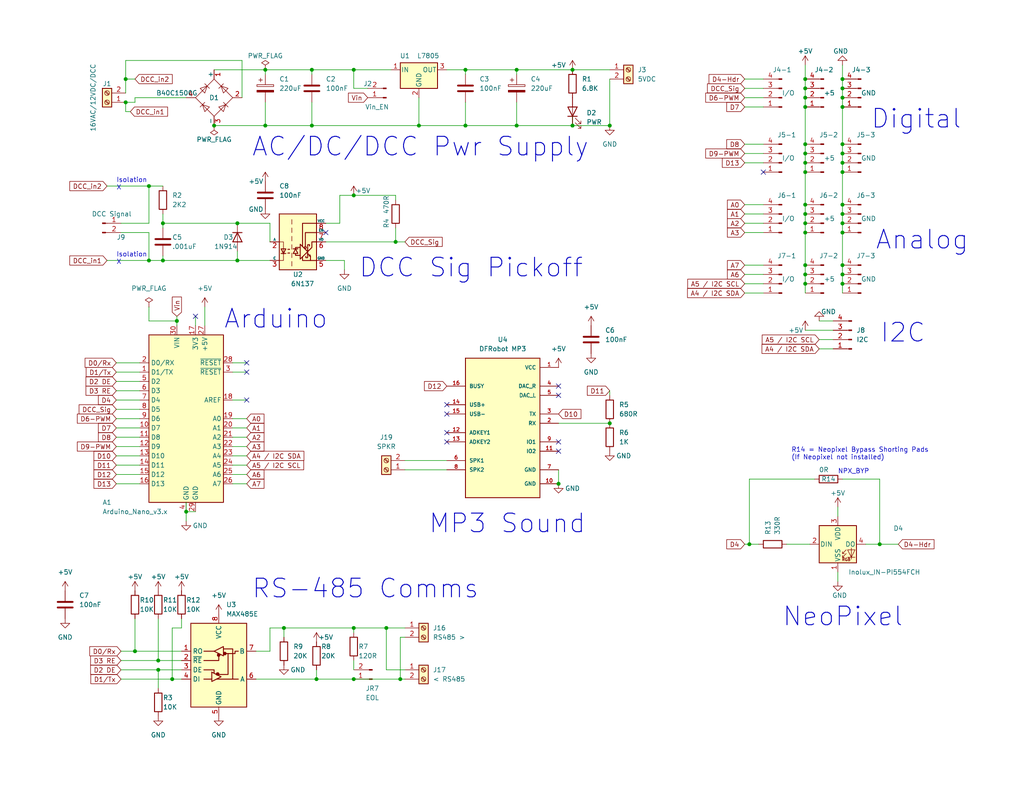
<source format=kicad_sch>
(kicad_sch (version 20211123) (generator eeschema)
  (paper "USLetter")
  (title_block (title "MAXDuino using Arduino R3") (date "2023-09-04") (rev "1.2") (comment 1 "RS485 (D0, D1, D2, D3) / I2C (A4, A5) / DCC (D5) Comms") (comment 2 "DFRobot MP3 PLayer   (D10, D11, D12)") (comment 3 "Digital Pin headers (D4 +NeoPixel, D5, D6, D7, D8, D9, D13)") (comment 4 "Analog Pin headers (A0, A1, A2, A3, A6, A7)") (comment 5 "R1.2 =  Update (Sch/PCB) "))
  (lib_symbols
    (symbol "Connector:Conn_01x02_Male" (pin_names (offset 1.016) hide)
      (property "Reference" "J" (at 0 2.54 0))
      (property "Value" "Conn_01x02_Male" (at 0 -5.08 0))
      (symbol "Conn_01x02_Male_1_1"
        (pin passive line (at 5.08 0 180) (length 3.81) (name "Pin_1") (number "1"))
        (pin passive line (at 5.08 -2.54 180) (length 3.81) (name "Pin_2") (number "2"))
      )
    )
    (symbol "Connector:Conn_01x04_Male" (pin_names (offset 1.016) hide)
      (property "Reference" "J" (at 0 5.08 0))
      (property "Value" "Conn_01x04_Male" (at 0 -7.62 0))
      (symbol "Conn_01x04_Male_1_1"
        (pin passive line (at 5.08 2.54 180) (length 3.81) (name "Pin_1") (number "1"))
        (pin passive line (at 5.08 0 180) (length 3.81) (name "Pin_2") (number "2"))
        (pin passive line (at 5.08 -2.54 180) (length 3.81) (name "Pin_3") (number "3"))
        (pin passive line (at 5.08 -5.08 180) (length 3.81) (name "Pin_4") (number "4"))
      )
    )
    (symbol "Connector:Screw_Terminal_01x02" (pin_names (offset 1.016) hide)
      (property "Reference" "J" (at 0 2.54 0))
      (property "Value" "Screw_Terminal_01x02" (at 0 -5.08 0))
      (symbol "Screw_Terminal_01x02_1_1"
        (pin passive line (at -5.08 0 0) (length 3.81) (name "Pin_1") (number "1"))
        (pin passive line (at -5.08 -2.54 0) (length 3.81) (name "Pin_2") (number "2"))
      )
    )
    (symbol "DFR0299:DFR0299" (pin_names (offset 1.016))
      (property "Reference" "U" (at -10.16 18.542 0))
      (property "Value" "DFR0299" (at -10.16 -22.86 0))
      (symbol "DFR0299_0_0"
        (pin power_in line (at 15.24 15.24 180) (length 5.08) (name "VCC") (number "1"))
        (pin power_in line (at 15.24 -16.51 180) (length 5.08) (name "GND") (number "10"))
        (pin bidirectional line (at 15.24 -7.62 180) (length 5.08) (name "IO2") (number "11"))
        (pin input line (at -15.24 -2.54 0) (length 5.08) (name "ADKEY1") (number "12"))
        (pin input line (at -15.24 -5.08 0) (length 5.08) (name "ADKEY2") (number "13"))
        (pin input line (at -15.24 5.08 0) (length 5.08) (name "USB+") (number "14"))
        (pin input line (at -15.24 2.54 0) (length 5.08) (name "USB-") (number "15"))
        (pin input line (at -15.24 10.16 0) (length 5.08) (name "BUSY") (number "16"))
        (pin input line (at 15.24 0 180) (length 5.08) (name "RX") (number "2"))
        (pin output line (at 15.24 2.54 180) (length 5.08) (name "TX") (number "3"))
        (pin output line (at 15.24 10.16 180) (length 5.08) (name "DAC_R") (number "4"))
        (pin output line (at 15.24 7.62 180) (length 5.08) (name "DAC_L") (number "5"))
        (pin passive line (at -15.24 -10.16 0) (length 5.08) (name "SPK1") (number "6"))
        (pin power_in line (at 15.24 -12.7 180) (length 5.08) (name "GND") (number "7"))
        (pin passive line (at -15.24 -12.7 0) (length 5.08) (name "SPK2") (number "8"))
        (pin bidirectional line (at 15.24 -5.08 180) (length 5.08) (name "IO1") (number "9"))
      )
    )
    (symbol "Device:C" (pin_numbers hide) (pin_names (offset 0.254))
      (property "Reference" "C" (at 0.635 2.54 0))
      (property "Value" "C" (at 0.635 -2.54 0))
      (symbol "C_1_1"
        (pin passive line (at 0 3.81 270) (length 2.794) (name "~") (number "1"))
        (pin passive line (at 0 -3.81 90) (length 2.794) (name "~") (number "2"))
      )
    )
    (symbol "Device:C_Polarized" (pin_numbers hide) (pin_names (offset 0.254))
      (property "Reference" "C" (at 0.635 2.54 0))
      (property "Value" "C_Polarized" (at 0.635 -2.54 0))
      (symbol "C_Polarized_1_1"
        (pin passive line (at 0 3.81 270) (length 2.794) (name "~") (number "1"))
        (pin passive line (at 0 -3.81 90) (length 2.794) (name "~") (number "2"))
      )
    )
    (symbol "Device:LED" (pin_numbers hide) (pin_names (offset 1.016) hide)
      (property "Reference" "D" (at 0 2.54 0))
      (property "Value" "LED" (at 0 -2.54 0))
      (symbol "LED_1_1"
        (pin passive line (at -3.81 0 0) (length 2.54) (name "K") (number "1"))
        (pin passive line (at 3.81 0 180) (length 2.54) (name "A") (number "2"))
      )
    )
    (symbol "Device:R" (pin_numbers hide) (pin_names (offset 0))
      (property "Reference" "R" (at 2.032 0 90))
      (property "Value" "R" (at 0 0 90))
      (symbol "R_1_1"
        (pin passive line (at 0 3.81 270) (length 1.27) (name "~") (number "1"))
        (pin passive line (at 0 -3.81 90) (length 1.27) (name "~") (number "2"))
      )
    )
    (symbol "Diode:1N914" (pin_numbers hide) (pin_names (offset 1.016) hide)
      (property "Reference" "D" (at 0 2.54 0))
      (property "Value" "1N914" (at 0 -2.54 0))
      (symbol "1N914_1_1"
        (pin passive line (at -3.81 0 0) (length 2.54) (name "K") (number "1"))
        (pin passive line (at 3.81 0 180) (length 2.54) (name "A") (number "2"))
      )
    )
    (symbol "Diode_Bridge:B40C1500G" (pin_names (offset 0))
      (property "Reference" "D" (at 2.54 6.985 0))
      (property "Value" "B40C1500G" (at 2.54 5.08 0))
      (symbol "B40C1500G_1_1"
        (pin passive line (at 7.62 0 180) (length 2.54) (name "+") (number "1"))
        (pin passive line (at 0 -7.62 90) (length 2.54) (name "~") (number "2"))
        (pin passive line (at -7.62 0 0) (length 2.54) (name "-") (number "3"))
        (pin passive line (at 0 7.62 270) (length 2.54) (name "~") (number "4"))
      )
    )
    (symbol "Interface_UART:MAX485E"
      (property "Reference" "U" (at -6.096 11.43 0))
      (property "Value" "MAX485E" (at 0.762 11.43 0))
      (symbol "MAX485E_1_1"
        (pin output line (at -10.16 2.54 0) (length 2.54) (name "RO") (number "1"))
        (pin input line (at -10.16 0 0) (length 2.54) (name "~{RE}") (number "2"))
        (pin input line (at -10.16 -2.54 0) (length 2.54) (name "DE") (number "3"))
        (pin input line (at -10.16 -5.08 0) (length 2.54) (name "DI") (number "4"))
        (pin power_in line (at 0 -15.24 90) (length 2.54) (name "GND") (number "5"))
        (pin bidirectional line (at 10.16 -5.08 180) (length 2.54) (name "A") (number "6"))
        (pin bidirectional line (at 10.16 2.54 180) (length 2.54) (name "B") (number "7"))
        (pin power_in line (at 0 12.7 270) (length 2.54) (name "VCC") (number "8"))
      )
    )
    (symbol "Isolator:6N137" (pin_names (offset 0))
      (property "Reference" "U2" (at 0 -8.89 0))
      (property "Value" "6N137" (at 1.27 -11.43 0))
      (symbol "6N137_1_1"
        (pin no_connect line (at -5.08 5.08 0) (length 2.54) hide (name "NC") (number "1"))
        (pin passive line (at -7.62 0 0) (length 2.54) (name "A") (number "2"))
        (pin passive line (at -7.62 -5.08 0) (length 2.54) (name "C") (number "3"))
        (pin no_connect line (at -5.08 2.54 0) (length 2.54) hide (name "NC") (number "4"))
        (pin power_in line (at 7.62 -5.08 180) (length 2.54) (name "GND") (number "5"))
        (pin open_collector line (at 7.62 0 180) (length 2.54) (name "VO") (number "6"))
        (pin input line (at 7.62 2.54 180) (length 2.54) (name "EN") (number "7"))
        (pin power_in line (at 7.62 5.08 180) (length 2.54) (name "VCC") (number "8"))
      )
    )
    (symbol "LED:Inolux_IN-PI554FCH" (pin_names (offset 0.254))
      (property "Reference" "D" (at 5.08 5.715 0))
      (property "Value" "Inolux_IN-PI554FCH" (at 1.27 -5.715 0))
      (symbol "Inolux_IN-PI554FCH_0_0"
        (text "RGB" (at 2.286 -4.191 0) (effects (font (size 0.762 0.762))))
      )
      (symbol "Inolux_IN-PI554FCH_1_1"
        (pin power_in line (at 0 -7.62 90) (length 2.54) (name "VSS") (number "1"))
        (pin input line (at -7.62 0 0) (length 2.54) (name "DIN") (number "2"))
        (pin power_in line (at 0 7.62 270) (length 2.54) (name "VDD") (number "3"))
        (pin output line (at 7.62 0 180) (length 2.54) (name "DO") (number "4"))
      )
    )
    (symbol "MCU_Module:Arduino_Nano_v3.x"
      (property "Reference" "A" (at -10.16 23.495 0))
      (property "Value" "Arduino_Nano_v3.x" (at 5.08 -24.13 0))
      (symbol "Arduino_Nano_v3.x_1_1"
        (pin bidirectional line (at -12.7 12.7 0) (length 2.54) (name "D1/TX") (number "1"))
        (pin bidirectional line (at -12.7 -2.54 0) (length 2.54) (name "D7") (number "10"))
        (pin bidirectional line (at -12.7 -5.08 0) (length 2.54) (name "D8") (number "11"))
        (pin bidirectional line (at -12.7 -7.62 0) (length 2.54) (name "D9") (number "12"))
        (pin bidirectional line (at -12.7 -10.16 0) (length 2.54) (name "D10") (number "13"))
        (pin bidirectional line (at -12.7 -12.7 0) (length 2.54) (name "D11") (number "14"))
        (pin bidirectional line (at -12.7 -15.24 0) (length 2.54) (name "D12") (number "15"))
        (pin bidirectional line (at -12.7 -17.78 0) (length 2.54) (name "D13") (number "16"))
        (pin power_out line (at 2.54 25.4 270) (length 2.54) (name "3V3") (number "17"))
        (pin input line (at 12.7 5.08 180) (length 2.54) (name "AREF") (number "18"))
        (pin bidirectional line (at 12.7 0 180) (length 2.54) (name "A0") (number "19"))
        (pin bidirectional line (at -12.7 15.24 0) (length 2.54) (name "D0/RX") (number "2"))
        (pin bidirectional line (at 12.7 -2.54 180) (length 2.54) (name "A1") (number "20"))
        (pin bidirectional line (at 12.7 -5.08 180) (length 2.54) (name "A2") (number "21"))
        (pin bidirectional line (at 12.7 -7.62 180) (length 2.54) (name "A3") (number "22"))
        (pin bidirectional line (at 12.7 -10.16 180) (length 2.54) (name "A4") (number "23"))
        (pin bidirectional line (at 12.7 -12.7 180) (length 2.54) (name "A5") (number "24"))
        (pin bidirectional line (at 12.7 -15.24 180) (length 2.54) (name "A6") (number "25"))
        (pin bidirectional line (at 12.7 -17.78 180) (length 2.54) (name "A7") (number "26"))
        (pin power_out line (at 5.08 25.4 270) (length 2.54) (name "+5V") (number "27"))
        (pin input line (at 12.7 15.24 180) (length 2.54) (name "~{RESET}") (number "28"))
        (pin power_in line (at 2.54 -25.4 90) (length 2.54) (name "GND") (number "29"))
        (pin input line (at 12.7 12.7 180) (length 2.54) (name "~{RESET}") (number "3"))
        (pin power_in line (at -2.54 25.4 270) (length 2.54) (name "VIN") (number "30"))
        (pin power_in line (at 0 -25.4 90) (length 2.54) (name "GND") (number "4"))
        (pin bidirectional line (at -12.7 10.16 0) (length 2.54) (name "D2") (number "5"))
        (pin bidirectional line (at -12.7 7.62 0) (length 2.54) (name "D3") (number "6"))
        (pin bidirectional line (at -12.7 5.08 0) (length 2.54) (name "D4") (number "7"))
        (pin bidirectional line (at -12.7 2.54 0) (length 2.54) (name "D5") (number "8"))
        (pin bidirectional line (at -12.7 0 0) (length 2.54) (name "D6") (number "9"))
      )
    )
    (symbol "Regulator_Linear:L7805" (pin_names (offset 0.254))
      (property "Reference" "U" (at -3.81 3.175 0))
      (property "Value" "L7805" (at 0 3.175 0))
      (symbol "L7805_1_1"
        (pin power_in line (at -7.62 0 0) (length 2.54) (name "IN") (number "1"))
        (pin power_in line (at 0 -7.62 90) (length 2.54) (name "GND") (number "2"))
        (pin power_out line (at 7.62 0 180) (length 2.54) (name "OUT") (number "3"))
      )
    )
    (symbol "power:+5V" (power) (pin_names (offset 0))
      (property "Value" "+5V" (at 0 3.556 0))
      (symbol "+5V_1_1"
        (pin power_in line (at 0 0 90) (length 0) hide (name "+5V") (number "1"))
      )
    )
    (symbol "power:GND" (power) (pin_names (offset 0))
      (property "Value" "GND" (at 0 -3.81 0))
      (symbol "GND_1_1"
        (pin power_in line (at 0 0 270) (length 0) hide (name "GND") (number "1"))
      )
    )
    (symbol "power:PWR_FLAG" (power) (pin_numbers hide) (pin_names (offset 0) hide)
      (property "Value" "PWR_FLAG" (at 0 3.81 0))
      (symbol "PWR_FLAG_0_0"
        (pin power_out line (at 0 0 90) (length 0) (name "pwr") (number "1"))
      )
    )
  )
  (junction (at 44.45 60.96))
  (junction (at 96.52 19.05))
  (junction (at 229.87 24.13))
  (junction (at 72.39 34.29))
  (junction (at 34.29 27.94))
  (junction (at 140.97 34.29))
  (junction (at 48.26 87.63))
  (junction (at 219.71 60.96))
  (junction (at 127 34.29))
  (junction (at 229.87 55.88))
  (junction (at 229.87 46.99))
  (junction (at 96.52 53.34))
  (junction (at 219.71 72.39))
  (junction (at 34.29 21.59))
  (junction (at 64.77 60.96))
  (junction (at 156.21 19.05))
  (junction (at 152.4 132.08))
  (junction (at 156.21 34.29))
  (junction (at 107.95 66.04))
  (junction (at 114.3 34.29))
  (junction (at 229.87 26.67))
  (junction (at 64.77 71.12))
  (junction (at 77.47 171.45))
  (junction (at 58.42 34.29))
  (junction (at 229.87 72.39))
  (junction (at 43.18 180.34))
  (junction (at 229.87 21.59))
  (junction (at 229.87 74.93))
  (junction (at 43.18 182.88))
  (junction (at 219.71 29.21))
  (junction (at 86.36 185.42))
  (junction (at 96.52 171.45))
  (junction (at 40.64 71.12))
  (junction (at 229.87 44.45))
  (junction (at 229.87 39.37))
  (junction (at 219.71 26.67))
  (junction (at 240.03 148.59))
  (junction (at 44.45 71.12))
  (junction (at 50.8 139.7))
  (junction (at 219.71 24.13))
  (junction (at 105.41 171.45))
  (junction (at 40.64 50.8))
  (junction (at 219.71 41.91))
  (junction (at 219.71 39.37))
  (junction (at 85.09 19.05))
  (junction (at 219.71 58.42))
  (junction (at 219.71 21.59))
  (junction (at 219.71 74.93))
  (junction (at 72.39 19.05))
  (junction (at 109.22 185.42))
  (junction (at 229.87 63.5))
  (junction (at 219.71 46.99))
  (junction (at 46.99 185.42))
  (junction (at 204.47 148.59))
  (junction (at 166.37 115.57))
  (junction (at 229.87 41.91))
  (junction (at 36.83 177.8))
  (junction (at 96.52 185.42))
  (junction (at 229.87 29.21))
  (junction (at 219.71 63.5))
  (junction (at 219.71 77.47))
  (junction (at 219.71 44.45))
  (junction (at 219.71 55.88))
  (junction (at 229.87 58.42))
  (junction (at 85.09 34.29))
  (junction (at 127 19.05))
  (junction (at 229.87 60.96))
  (junction (at 229.87 77.47))
  (junction (at 166.37 34.29))
  (junction (at 140.97 19.05))
  (no_connect (at 121.92 120.65))
  (no_connect (at 121.92 118.11))
  (no_connect (at 121.92 110.49))
  (no_connect (at 121.92 113.03))
  (no_connect (at 152.4 107.95))
  (no_connect (at 152.4 105.41))
  (no_connect (at 152.4 120.65))
  (no_connect (at 152.4 123.19))
  (no_connect (at 67.31 99.06))
  (no_connect (at 67.31 101.6))
  (no_connect (at 88.9 63.5))
  (no_connect (at 208.28 46.99))
  (no_connect (at 67.31 109.22))
  (no_connect (at 53.34 86.36))
  (wire (pts (xy 219.71 90.17) (xy 227.33 90.17)))
  (wire (pts (xy 110.49 173.99) (xy 109.22 173.99)))
  (wire (pts (xy 63.5 121.92) (xy 67.31 121.92)))
  (wire (pts (xy 86.36 182.88) (xy 86.36 185.42)))
  (wire (pts (xy 49.53 171.45) (xy 46.99 171.45)))
  (wire (pts (xy 43.18 182.88) (xy 43.18 187.96)))
  (wire (pts (xy 88.9 71.12) (xy 93.98 71.12)))
  (wire (pts (xy 31.75 119.38) (xy 38.1 119.38)))
  (wire (pts (xy 240.03 130.81) (xy 240.03 148.59)))
  (wire (pts (xy 140.97 19.05) (xy 156.21 19.05)))
  (wire (pts (xy 64.77 60.96) (xy 73.66 60.96)))
  (wire (pts (xy 36.83 27.94) (xy 34.29 27.94)))
  (wire (pts (xy 69.85 185.42) (xy 86.36 185.42)))
  (wire (pts (xy 96.52 19.05) (xy 96.52 24.13)))
  (wire (pts (xy 229.87 72.39) (xy 229.87 74.93)))
  (wire (pts (xy 77.47 171.45) (xy 77.47 173.99)))
  (wire (pts (xy 40.64 60.96) (xy 40.64 50.8)))
  (wire (pts (xy 219.71 44.45) (xy 219.71 46.99)))
  (wire (pts (xy 127 34.29) (xy 140.97 34.29)))
  (wire (pts (xy 109.22 185.42) (xy 110.49 185.42)))
  (wire (pts (xy 85.09 34.29) (xy 72.39 34.29)))
  (wire (pts (xy 110.49 125.73) (xy 121.92 125.73)))
  (wire (pts (xy 33.02 185.42) (xy 46.99 185.42)))
  (wire (pts (xy 44.45 58.42) (xy 44.45 60.96)))
  (wire (pts (xy 236.22 148.59) (xy 240.03 148.59)))
  (wire (pts (xy 48.26 87.63) (xy 48.26 88.9)))
  (wire (pts (xy 110.49 182.88) (xy 105.41 182.88)))
  (wire (pts (xy 36.83 168.91) (xy 36.83 177.8)))
  (wire (pts (xy 229.87 77.47) (xy 229.87 80.01)))
  (wire (pts (xy 219.71 41.91) (xy 219.71 44.45)))
  (wire (pts (xy 229.87 41.91) (xy 229.87 44.45)))
  (wire (pts (xy 88.9 60.96) (xy 92.71 60.96)))
  (wire (pts (xy 203.2 58.42) (xy 208.28 58.42)))
  (wire (pts (xy 63.5 127) (xy 67.31 127)))
  (wire (pts (xy 40.64 83.82) (xy 40.64 87.63)))
  (wire (pts (xy 229.87 24.13) (xy 229.87 26.67)))
  (wire (pts (xy 50.8 137.16) (xy 50.8 139.7)))
  (wire (pts (xy 203.2 29.21) (xy 208.28 29.21)))
  (wire (pts (xy 229.87 44.45) (xy 229.87 46.99)))
  (wire (pts (xy 203.2 63.5) (xy 208.28 63.5)))
  (wire (pts (xy 31.75 129.54) (xy 38.1 129.54)))
  (wire (pts (xy 114.3 26.67) (xy 114.3 34.29)))
  (wire (pts (xy 203.2 77.47) (xy 208.28 77.47)))
  (wire (pts (xy 63.5 99.06) (xy 67.31 99.06)))
  (wire (pts (xy 50.8 139.7) (xy 53.34 139.7)))
  (wire (pts (xy 93.98 71.12) (xy 93.98 73.66)))
  (wire (pts (xy 63.5 124.46) (xy 67.31 124.46)))
  (wire (pts (xy 88.9 66.04) (xy 107.95 66.04)))
  (wire (pts (xy 140.97 27.94) (xy 140.97 34.29)))
  (wire (pts (xy 229.87 17.78) (xy 229.87 21.59)))
  (wire (pts (xy 228.6 138.43) (xy 228.6 140.97)))
  (wire (pts (xy 31.75 116.84) (xy 38.1 116.84)))
  (wire (pts (xy 36.83 177.8) (xy 49.53 177.8)))
  (wire (pts (xy 223.52 92.71) (xy 227.33 92.71)))
  (wire (pts (xy 109.22 173.99) (xy 109.22 185.42)))
  (wire (pts (xy 203.2 55.88) (xy 208.28 55.88)))
  (wire (pts (xy 44.45 69.85) (xy 44.45 71.12)))
  (wire (pts (xy 240.03 148.59) (xy 245.11 148.59)))
  (wire (pts (xy 219.71 29.21) (xy 219.71 39.37)))
  (wire (pts (xy 63.5 114.3) (xy 67.31 114.3)))
  (wire (pts (xy 50.8 142.24) (xy 50.8 139.7)))
  (wire (pts (xy 219.71 63.5) (xy 219.71 72.39)))
  (wire (pts (xy 105.41 182.88) (xy 105.41 171.45)))
  (wire (pts (xy 85.09 20.32) (xy 85.09 19.05)))
  (wire (pts (xy 31.75 111.76) (xy 38.1 111.76)))
  (wire (pts (xy 64.77 71.12) (xy 73.66 71.12)))
  (wire (pts (xy 214.63 148.59) (xy 220.98 148.59)))
  (wire (pts (xy 96.52 24.13) (xy 100.33 24.13)))
  (wire (pts (xy 229.87 29.21) (xy 229.87 39.37)))
  (wire (pts (xy 58.42 19.05) (xy 72.39 19.05)))
  (wire (pts (xy 66.04 16.51) (xy 66.04 26.67)))
  (wire (pts (xy 73.66 171.45) (xy 73.66 177.8)))
  (wire (pts (xy 29.21 50.8) (xy 40.64 50.8)))
  (wire (pts (xy 85.09 34.29) (xy 114.3 34.29)))
  (wire (pts (xy 203.2 148.59) (xy 204.47 148.59)))
  (wire (pts (xy 229.87 46.99) (xy 229.87 55.88)))
  (wire (pts (xy 63.5 101.6) (xy 67.31 101.6)))
  (wire (pts (xy 107.95 66.04) (xy 110.49 66.04)))
  (wire (pts (xy 114.3 34.29) (xy 127 34.29)))
  (wire (pts (xy 96.52 172.72) (xy 96.52 171.45)))
  (wire (pts (xy 44.45 71.12) (xy 64.77 71.12)))
  (wire (pts (xy 223.52 95.25) (xy 227.33 95.25)))
  (wire (pts (xy 219.71 55.88) (xy 219.71 58.42)))
  (wire (pts (xy 219.71 60.96) (xy 219.71 63.5)))
  (wire (pts (xy 96.52 19.05) (xy 85.09 19.05)))
  (wire (pts (xy 31.75 121.92) (xy 38.1 121.92)))
  (wire (pts (xy 40.64 50.8) (xy 44.45 50.8)))
  (wire (pts (xy 152.4 115.57) (xy 166.37 115.57)))
  (wire (pts (xy 33.02 63.5) (xy 40.64 63.5)))
  (wire (pts (xy 96.52 171.45) (xy 105.41 171.45)))
  (wire (pts (xy 219.71 72.39) (xy 219.71 74.93)))
  (wire (pts (xy 140.97 34.29) (xy 156.21 34.29)))
  (wire (pts (xy 127 27.94) (xy 127 34.29)))
  (wire (pts (xy 203.2 21.59) (xy 208.28 21.59)))
  (wire (pts (xy 46.99 171.45) (xy 46.99 185.42)))
  (wire (pts (xy 34.29 21.59) (xy 36.83 21.59)))
  (wire (pts (xy 31.75 127) (xy 38.1 127)))
  (wire (pts (xy 203.2 26.67) (xy 208.28 26.67)))
  (wire (pts (xy 69.85 177.8) (xy 73.66 177.8)))
  (wire (pts (xy 105.41 171.45) (xy 110.49 171.45)))
  (wire (pts (xy 166.37 106.68) (xy 166.37 107.95)))
  (wire (pts (xy 92.71 60.96) (xy 92.71 53.34)))
  (wire (pts (xy 127 19.05) (xy 140.97 19.05)))
  (wire (pts (xy 31.75 109.22) (xy 38.1 109.22)))
  (wire (pts (xy 219.71 77.47) (xy 219.71 80.01)))
  (wire (pts (xy 222.25 130.81) (xy 204.47 130.81)))
  (wire (pts (xy 203.2 60.96) (xy 208.28 60.96)))
  (wire (pts (xy 63.5 129.54) (xy 67.31 129.54)))
  (wire (pts (xy 31.75 99.06) (xy 38.1 99.06)))
  (wire (pts (xy 229.87 130.81) (xy 240.03 130.81)))
  (wire (pts (xy 33.02 60.96) (xy 40.64 60.96)))
  (wire (pts (xy 229.87 58.42) (xy 229.87 60.96)))
  (wire (pts (xy 110.49 128.27) (xy 121.92 128.27)))
  (wire (pts (xy 44.45 60.96) (xy 44.45 62.23)))
  (wire (pts (xy 203.2 24.13) (xy 208.28 24.13)))
  (wire (pts (xy 229.87 63.5) (xy 229.87 72.39)))
  (wire (pts (xy 40.64 71.12) (xy 44.45 71.12)))
  (wire (pts (xy 203.2 44.45) (xy 208.28 44.45)))
  (wire (pts (xy 31.75 101.6) (xy 38.1 101.6)))
  (wire (pts (xy 219.71 17.78) (xy 219.71 21.59)))
  (wire (pts (xy 203.2 80.01) (xy 208.28 80.01)))
  (wire (pts (xy 63.5 132.08) (xy 67.31 132.08)))
  (wire (pts (xy 31.75 114.3) (xy 38.1 114.3)))
  (wire (pts (xy 107.95 62.23) (xy 107.95 66.04)))
  (wire (pts (xy 219.71 21.59) (xy 219.71 24.13)))
  (wire (pts (xy 49.53 168.91) (xy 49.53 171.45)))
  (wire (pts (xy 229.87 60.96) (xy 229.87 63.5)))
  (wire (pts (xy 203.2 72.39) (xy 208.28 72.39)))
  (wire (pts (xy 223.52 87.63) (xy 227.33 87.63)))
  (wire (pts (xy 156.21 34.29) (xy 166.37 34.29)))
  (wire (pts (xy 34.29 30.48) (xy 35.56 30.48)))
  (wire (pts (xy 63.5 109.22) (xy 67.31 109.22)))
  (wire (pts (xy 92.71 53.34) (xy 96.52 53.34)))
  (wire (pts (xy 156.21 31.75) (xy 156.21 34.29)))
  (wire (pts (xy 219.71 46.99) (xy 219.71 55.88)))
  (wire (pts (xy 203.2 74.93) (xy 208.28 74.93)))
  (wire (pts (xy 36.83 26.67) (xy 36.83 27.94)))
  (wire (pts (xy 85.09 27.94) (xy 85.09 34.29)))
  (wire (pts (xy 40.64 87.63) (xy 48.26 87.63)))
  (wire (pts (xy 219.71 39.37) (xy 219.71 41.91)))
  (wire (pts (xy 63.5 119.38) (xy 67.31 119.38)))
  (wire (pts (xy 31.75 124.46) (xy 38.1 124.46)))
  (wire (pts (xy 203.2 41.91) (xy 208.28 41.91)))
  (wire (pts (xy 31.75 132.08) (xy 38.1 132.08)))
  (wire (pts (xy 96.52 180.34) (xy 96.52 182.88)))
  (wire (pts (xy 229.87 39.37) (xy 229.87 41.91)))
  (wire (pts (xy 140.97 19.05) (xy 140.97 20.32)))
  (wire (pts (xy 229.87 26.67) (xy 229.87 29.21)))
  (wire (pts (xy 34.29 21.59) (xy 34.29 25.4)))
  (wire (pts (xy 204.47 148.59) (xy 207.01 148.59)))
  (wire (pts (xy 127 19.05) (xy 127 20.32)))
  (wire (pts (xy 229.87 55.88) (xy 229.87 58.42)))
  (wire (pts (xy 63.5 116.84) (xy 67.31 116.84)))
  (wire (pts (xy 73.66 60.96) (xy 73.66 66.04)))
  (wire (pts (xy 96.52 53.34) (xy 107.95 53.34)))
  (wire (pts (xy 228.6 156.21) (xy 228.6 158.75)))
  (wire (pts (xy 204.47 130.81) (xy 204.47 148.59)))
  (wire (pts (xy 107.95 54.61) (xy 107.95 53.34)))
  (wire (pts (xy 156.21 19.05) (xy 166.37 19.05)))
  (wire (pts (xy 33.02 177.8) (xy 36.83 177.8)))
  (wire (pts (xy 166.37 21.59) (xy 166.37 34.29)))
  (wire (pts (xy 72.39 27.94) (xy 72.39 34.29)))
  (wire (pts (xy 58.42 34.29) (xy 72.39 34.29)))
  (wire (pts (xy 31.75 106.68) (xy 38.1 106.68)))
  (wire (pts (xy 72.39 19.05) (xy 85.09 19.05)))
  (wire (pts (xy 96.52 185.42) (xy 109.22 185.42)))
  (wire (pts (xy 219.71 58.42) (xy 219.71 60.96)))
  (wire (pts (xy 219.71 74.93) (xy 219.71 77.47)))
  (wire (pts (xy 48.26 86.36) (xy 48.26 87.63)))
  (wire (pts (xy 77.47 171.45) (xy 96.52 171.45)))
  (wire (pts (xy 64.77 71.12) (xy 64.77 68.58)))
  (wire (pts (xy 72.39 20.32) (xy 72.39 19.05)))
  (wire (pts (xy 121.92 19.05) (xy 127 19.05)))
  (wire (pts (xy 34.29 16.51) (xy 34.29 21.59)))
  (wire (pts (xy 29.21 71.12) (xy 40.64 71.12)))
  (wire (pts (xy 73.66 171.45) (xy 77.47 171.45)))
  (wire (pts (xy 43.18 182.88) (xy 49.53 182.88)))
  (wire (pts (xy 33.02 180.34) (xy 43.18 180.34)))
  (wire (pts (xy 33.02 182.88) (xy 43.18 182.88)))
  (wire (pts (xy 55.88 83.82) (xy 55.88 88.9)))
  (wire (pts (xy 229.87 21.59) (xy 229.87 24.13)))
  (wire (pts (xy 40.64 63.5) (xy 40.64 71.12)))
  (wire (pts (xy 203.2 39.37) (xy 208.28 39.37)))
  (wire (pts (xy 152.4 128.27) (xy 152.4 132.08)))
  (wire (pts (xy 43.18 180.34) (xy 49.53 180.34)))
  (wire (pts (xy 44.45 60.96) (xy 64.77 60.96)))
  (wire (pts (xy 86.36 185.42) (xy 96.52 185.42)))
  (wire (pts (xy 219.71 26.67) (xy 219.71 29.21)))
  (wire (pts (xy 229.87 74.93) (xy 229.87 77.47)))
  (wire (pts (xy 31.75 104.14) (xy 38.1 104.14)))
  (wire (pts (xy 43.18 168.91) (xy 43.18 180.34)))
  (wire (pts (xy 50.8 26.67) (xy 36.83 26.67)))
  (wire (pts (xy 34.29 27.94) (xy 34.29 30.48)))
  (wire (pts (xy 46.99 185.42) (xy 49.53 185.42)))
  (wire (pts (xy 219.71 24.13) (xy 219.71 26.67)))
  (wire (pts (xy 34.29 16.51) (xy 66.04 16.51)))
  (wire (pts (xy 53.34 86.36) (xy 53.34 88.9)))
  (wire (pts (xy 96.52 19.05) (xy 106.68 19.05)))
  (text "I2C" (at 240.03 93.98 0) (effects (font (size 5.08 5.08) (thickness 0.254) bold) (justify left bottom)))
  (text "Isolation\nX" (at 31.75 52.07 0) (effects (font (size 1.27 1.27)) (justify left bottom)))
  (text "Analog" (at 238.76 68.58 0) (effects (font (size 5.08 5.08) (thickness 0.254) bold) (justify left bottom)))
  (text "RS-485 Comms" (at 68.58 163.83 0) (effects (font (size 5.08 5.08) (thickness 0.254) bold) (justify left bottom)))
  (text "Arduino" (at 60.96 90.17 0) (effects (font (size 5.08 5.08) (thickness 0.254) bold) (justify left bottom)))
  (text "Digital" (at 237.49 35.56 0) (effects (font (size 5.08 5.08) (thickness 0.254) bold) (justify left bottom)))
  (text "R14 = Neopixel Bypass Shorting Pads\n(If Neopixel not installed)" (at 215.9 125.73 0) (effects (font (size 1.27 1.27)) (justify left bottom)))
  (text "DCC Sig Pickoff\n" (at 97.79 76.2 0) (effects (font (size 5.08 5.08) (thickness 0.254) bold) (justify left bottom)))
  (text "AC/DC/DCC Pwr Supply" (at 68.58 43.18 0) (effects (font (size 5.08 5.08) (thickness 0.254) bold) (justify left bottom)))
  (text "Isolation\nX" (at 31.75 72.39 0) (effects (font (size 1.27 1.27)) (justify left bottom)))
  (text "MP3 Sound" (at 116.84 146.05 0) (effects (font (size 5.08 5.08) (thickness 0.254) bold) (justify left bottom)))
  (text "NeoPixel" (at 213.36 171.45 0) (effects (font (size 5.08 5.08) (thickness 0.254) bold) (justify left bottom)))
  (text "NPX_BYP" (at 228.6 129.54 0) (effects (font (size 1.27 1.27)) (justify left bottom)))
  (global_label "A5 {slash} I2C SCL" (shape input) (at 223.52 92.71 180) (property "Intersheet References" "${INTERSHEET_REFS}" (effects hide)))
  (global_label "Vin" (shape input) (at 100.33 26.67 180) (property "Intersheet References" "${INTERSHEET_REFS}" (effects hide)))
  (global_label "D0{slash}Rx" (shape input) (at 33.02 177.8 180) (property "Intersheet References" "${INTERSHEET_REFS}" (effects hide)))
  (global_label "D0{slash}Rx" (shape input) (at 31.75 99.06 180) (property "Intersheet References" "${INTERSHEET_REFS}" (effects hide)))
  (global_label "DCC_in2" (shape input) (at 29.21 50.8 180) (property "Intersheet References" "${INTERSHEET_REFS}" (effects hide)))
  (global_label "D1{slash}Tx" (shape input) (at 33.02 185.42 180) (property "Intersheet References" "${INTERSHEET_REFS}" (effects hide)))
  (global_label "D2 DE" (shape input) (at 33.02 182.88 180) (property "Intersheet References" "${INTERSHEET_REFS}" (effects hide)))
  (global_label "A4 {slash} I2C SDA" (shape input) (at 203.2 80.01 180) (property "Intersheet References" "${INTERSHEET_REFS}" (effects hide)))
  (global_label "D1{slash}Tx" (shape input) (at 31.75 101.6 180) (property "Intersheet References" "${INTERSHEET_REFS}" (effects hide)))
  (global_label "DCC_Sig" (shape input) (at 110.49 66.04 0) (property "Intersheet References" "${INTERSHEET_REFS}" (effects hide)))
  (global_label "A4 {slash} I2C SDA" (shape input) (at 223.52 95.25 180) (property "Intersheet References" "${INTERSHEET_REFS}" (effects hide)))
  (global_label "D10" (shape input) (at 152.4 113.03 0) (property "Intersheet References" "${INTERSHEET_REFS}" (effects hide)))
  (global_label "A6" (shape input) (at 67.31 129.54 0) (property "Intersheet References" "${INTERSHEET_REFS}" (effects hide)))
  (global_label "Vin" (shape input) (at 48.26 86.36 90) (property "Intersheet References" "${INTERSHEET_REFS}" (effects hide)))
  (global_label "D10" (shape input) (at 31.75 124.46 180) (property "Intersheet References" "${INTERSHEET_REFS}" (effects hide)))
  (global_label "D2 DE" (shape input) (at 31.75 104.14 180) (property "Intersheet References" "${INTERSHEET_REFS}" (effects hide)))
  (global_label "A1" (shape input) (at 67.31 116.84 0) (property "Intersheet References" "${INTERSHEET_REFS}" (effects hide)))
  (global_label "A6" (shape input) (at 203.2 74.93 180) (property "Intersheet References" "${INTERSHEET_REFS}" (effects hide)))
  (global_label "D6-PWM" (shape input) (at 203.2 26.67 180) (property "Intersheet References" "${INTERSHEET_REFS}" (effects hide)))
  (global_label "D4-Hdr" (shape input) (at 245.11 148.59 0) (property "Intersheet References" "${INTERSHEET_REFS}" (effects hide)))
  (global_label "DCC_in1" (shape input) (at 35.56 30.48 0) (property "Intersheet References" "${INTERSHEET_REFS}" (effects hide)))
  (global_label "A7" (shape input) (at 67.31 132.08 0) (property "Intersheet References" "${INTERSHEET_REFS}" (effects hide)))
  (global_label "D8" (shape input) (at 31.75 119.38 180) (property "Intersheet References" "${INTERSHEET_REFS}" (effects hide)))
  (global_label "A5 {slash} I2C SCL" (shape input) (at 67.31 127 0) (property "Intersheet References" "${INTERSHEET_REFS}" (effects hide)))
  (global_label "A4 {slash} I2C SDA" (shape input) (at 67.31 124.46 0) (property "Intersheet References" "${INTERSHEET_REFS}" (effects hide)))
  (global_label "D6-PWM" (shape input) (at 31.75 114.3 180) (property "Intersheet References" "${INTERSHEET_REFS}" (effects hide)))
  (global_label "D9-PWM" (shape input) (at 203.2 41.91 180) (property "Intersheet References" "${INTERSHEET_REFS}" (effects hide)))
  (global_label "D3 RE" (shape input) (at 31.75 106.68 180) (property "Intersheet References" "${INTERSHEET_REFS}" (effects hide)))
  (global_label "DCC_Sig" (shape input) (at 31.75 111.76 180) (property "Intersheet References" "${INTERSHEET_REFS}" (effects hide)))
  (global_label "A0" (shape input) (at 203.2 55.88 180) (property "Intersheet References" "${INTERSHEET_REFS}" (effects hide)))
  (global_label "D4" (shape input) (at 31.75 109.22 180) (property "Intersheet References" "${INTERSHEET_REFS}" (effects hide)))
  (global_label "D9-PWM" (shape input) (at 31.75 121.92 180) (property "Intersheet References" "${INTERSHEET_REFS}" (effects hide)))
  (global_label "D4" (shape input) (at 203.2 148.59 180) (property "Intersheet References" "${INTERSHEET_REFS}" (effects hide)))
  (global_label "A3" (shape input) (at 67.31 121.92 0) (property "Intersheet References" "${INTERSHEET_REFS}" (effects hide)))
  (global_label "A5 {slash} I2C SCL" (shape input) (at 203.2 77.47 180) (property "Intersheet References" "${INTERSHEET_REFS}" (effects hide)))
  (global_label "D3 RE" (shape input) (at 33.02 180.34 180) (property "Intersheet References" "${INTERSHEET_REFS}" (effects hide)))
  (global_label "D4-Hdr" (shape input) (at 203.2 21.59 180) (property "Intersheet References" "${INTERSHEET_REFS}" (effects hide)))
  (global_label "D7" (shape input) (at 31.75 116.84 180) (property "Intersheet References" "${INTERSHEET_REFS}" (effects hide)))
  (global_label "A3" (shape input) (at 203.2 63.5 180) (property "Intersheet References" "${INTERSHEET_REFS}" (effects hide)))
  (global_label "DCC_in1" (shape input) (at 29.21 71.12 180) (property "Intersheet References" "${INTERSHEET_REFS}" (effects hide)))
  (global_label "A0" (shape input) (at 67.31 114.3 0) (property "Intersheet References" "${INTERSHEET_REFS}" (effects hide)))
  (global_label "D11" (shape input) (at 31.75 127 180) (property "Intersheet References" "${INTERSHEET_REFS}" (effects hide)))
  (global_label "D12" (shape input) (at 121.92 105.41 180) (property "Intersheet References" "${INTERSHEET_REFS}" (effects hide)))
  (global_label "A7" (shape input) (at 203.2 72.39 180) (property "Intersheet References" "${INTERSHEET_REFS}" (effects hide)))
  (global_label "D11" (shape input) (at 166.37 106.68 180) (property "Intersheet References" "${INTERSHEET_REFS}" (effects hide)))
  (global_label "A2" (shape input) (at 203.2 60.96 180) (property "Intersheet References" "${INTERSHEET_REFS}" (effects hide)))
  (global_label "D7" (shape input) (at 203.2 29.21 180) (property "Intersheet References" "${INTERSHEET_REFS}" (effects hide)))
  (global_label "A1" (shape input) (at 203.2 58.42 180) (property "Intersheet References" "${INTERSHEET_REFS}" (effects hide)))
  (global_label "D8" (shape input) (at 203.2 39.37 180) (property "Intersheet References" "${INTERSHEET_REFS}" (effects hide)))
  (global_label "A2" (shape input) (at 67.31 119.38 0) (property "Intersheet References" "${INTERSHEET_REFS}" (effects hide)))
  (global_label "DCC_Sig" (shape input) (at 203.2 24.13 180) (property "Intersheet References" "${INTERSHEET_REFS}" (effects hide)))
  (global_label "D13" (shape input) (at 31.75 132.08 180) (property "Intersheet References" "${INTERSHEET_REFS}" (effects hide)))
  (global_label "D13" (shape input) (at 203.2 44.45 180) (property "Intersheet References" "${INTERSHEET_REFS}" (effects hide)))
  (global_label "DCC_in2" (shape input) (at 36.83 21.59 0) (property "Intersheet References" "${INTERSHEET_REFS}" (effects hide)))
  (global_label "D12" (shape input) (at 31.75 129.54 180) (property "Intersheet References" "${INTERSHEET_REFS}" (effects hide)))
  (symbol (lib_id "Device:R") (at 166.37 119.38 0) (unit 1)
    (property "Reference" "R6" (at 168.91 118.1099 0) (effects (justify left)))
    (property "Value" "1K" (at 168.91 120.65 0) (effects (justify left)))
    (property "Footprint" "Resistor_THT:R_Axial_DIN0207_L6.3mm_D2.5mm_P7.62mm_Horizontal" (effects hide))
  )
  (symbol (lib_id "power:+5V") (at 219.71 90.17 0) (unit 1)
    (property "Reference" "#PWR0110" (effects hide))
    (property "Value" "+5V" (at 217.17 90.17 0))
  )
  (symbol (lib_id "Device:R") (at 77.47 177.8 0) (unit 1)
    (property "Reference" "R9" (at 80.01 176.5299 0) (effects (justify left)))
    (property "Value" "20K" (at 80.01 179.07 0) (effects (justify left)))
    (property "Footprint" "Resistor_THT:R_Axial_DIN0207_L6.3mm_D2.5mm_P7.62mm_Horizontal" (effects hide))
  )
  (symbol (lib_id "Device:R") (at 43.18 165.1 180) (unit 1)
    (property "Reference" "R11" (at 44.45 163.8299 0) (effects (justify right)))
    (property "Value" "10K" (at 44.45 166.37 0) (effects (justify right)))
    (property "Footprint" "Resistor_THT:R_Axial_DIN0207_L6.3mm_D2.5mm_P7.62mm_Horizontal" (effects hide))
  )
  (symbol (lib_id "Connector:Conn_01x04_Male") (at 234.95 26.67 180) (unit 1)
    (property "Reference" "J4-3" (at 232.41 19.05 0) (effects (justify right)))
    (property "Value" "GND" (at 234.95 25.4 0) (effects (justify right)))
    (property "Footprint" "Connector_PinHeader_2.54mm:PinHeader_1x04_P2.54mm_Vertical" (effects hide))
  )
  (symbol (lib_id "power:PWR_FLAG") (at 40.64 83.82 0) (unit 1)
    (property "Reference" "#FLG0104" (effects hide))
    (property "Value" "PWR_FLAG" (at 40.64 78.74 0))
  )
  (symbol (lib_id "Connector:Conn_01x04_Male") (at 213.36 77.47 180) (unit 1)
    (property "Reference" "J7-1" (at 212.09 69.85 0) (effects (justify right)))
    (property "Value" "I/O" (at 213.36 76.2 0) (effects (justify right)))
    (property "Footprint" "Connector_PinHeader_2.54mm:PinHeader_1x04_P2.54mm_Vertical" (effects hide))
  )
  (symbol (lib_id "Connector:Screw_Terminal_01x02") (at 115.57 171.45 0) (unit 1)
    (property "Reference" "J16" (at 118.11 171.4499 0) (effects (justify left)))
    (property "Value" "RS485 >" (at 118.11 173.9899 0) (effects (justify left)))
    (property "Footprint" "TerminalBlock_Phoenix:TerminalBlock_Phoenix_MKDS-3-2-5.08_1x02_P5.08mm_Horizontal" (effects hide))
  )
  (symbol (lib_id "Device:R") (at 86.36 179.07 0) (unit 1)
    (property "Reference" "R8" (at 87.63 176.53 0) (effects (justify left)))
    (property "Value" "20K" (at 87.63 179.07 0) (effects (justify left)))
    (property "Footprint" "Resistor_THT:R_Axial_DIN0207_L6.3mm_D2.5mm_P7.62mm_Horizontal" (effects hide))
  )
  (symbol (lib_id "Connector:Conn_01x02_Male") (at 105.41 26.67 180) (unit 1)
    (property "Reference" "J2" (at 100.33 22.86 0))
    (property "Value" "Vin_EN" (at 102.87 29.21 0))
    (property "Footprint" "Connector_PinHeader_2.54mm:PinHeader_1x02_P2.54mm_Vertical" (effects hide))
  )
  (symbol (lib_id "Device:R") (at 156.21 22.86 0) (unit 1)
    (property "Reference" "R1" (at 158.75 21.5899 0) (effects (justify left)))
    (property "Value" "6.8K" (at 158.75 24.1299 0) (effects (justify left)))
    (property "Footprint" "Resistor_THT:R_Axial_DIN0207_L6.3mm_D2.5mm_P7.62mm_Horizontal" (effects hide))
  )
  (symbol (lib_id "Connector:Conn_01x04_Male") (at 234.95 60.96 180) (unit 1)
    (property "Reference" "J6-3" (at 233.68 53.34 0) (effects (justify right)))
    (property "Value" "GND" (at 234.95 59.69 0) (effects (justify right)))
    (property "Footprint" "Connector_PinHeader_2.54mm:PinHeader_1x04_P2.54mm_Vertical" (effects hide))
  )
  (symbol (lib_id "power:GND") (at 17.78 168.91 0) (unit 1)
    (property "Reference" "#PWR05" (effects hide))
    (property "Value" "GND" (at 17.78 173.99 0))
  )
  (symbol (lib_id "power:+5V") (at 49.53 161.29 0) (unit 1)
    (property "Reference" "#PWR03" (effects hide))
    (property "Value" "+5V" (at 49.53 157.48 0))
  )
  (symbol (lib_id "Device:R") (at 43.18 191.77 180) (unit 1)
    (property "Reference" "R3" (at 44.45 190.4999 0) (effects (justify right)))
    (property "Value" "10K" (at 44.45 193.04 0) (effects (justify right)))
    (property "Footprint" "Resistor_THT:R_Axial_DIN0207_L6.3mm_D2.5mm_P7.62mm_Horizontal" (effects hide))
  )
  (symbol (lib_id "power:PWR_FLAG") (at 58.42 34.29 180) (unit 1)
    (property "Reference" "#FLG0101" (effects hide))
    (property "Value" "PWR_FLAG" (at 58.42 38.1 0))
  )
  (symbol (lib_id "Device:R") (at 36.83 165.1 180) (unit 1)
    (property "Reference" "R10" (at 38.1 163.83 0) (effects (justify right)))
    (property "Value" "10K" (at 38.1 166.37 0) (effects (justify right)))
    (property "Footprint" "Resistor_THT:R_Axial_DIN0207_L6.3mm_D2.5mm_P7.62mm_Horizontal" (effects hide))
  )
  (symbol (lib_id "power:+5V") (at 228.6 138.43 0) (unit 1)
    (property "Reference" "#PWR0111" (effects hide))
    (property "Value" "+5V" (at 228.6 134.62 0))
  )
  (symbol (lib_id "Connector:Conn_01x04_Male") (at 224.79 77.47 180) (unit 1)
    (property "Reference" "J7-2" (at 223.52 69.85 0) (effects (justify right)))
    (property "Value" "+5" (at 224.79 76.2 0) (effects (justify right)))
    (property "Footprint" "Connector_PinHeader_2.54mm:PinHeader_1x04_P2.54mm_Vertical" (effects hide))
  )
  (symbol (lib_id "power:+5V") (at 86.36 175.26 0) (unit 1)
    (property "Reference" "#PWR07" (effects hide))
    (property "Value" "+5V" (at 88.9 173.99 0))
  )
  (symbol (lib_id "power:GND") (at 43.18 195.58 0) (unit 1)
    (property "Reference" "#PWR018" (effects hide))
    (property "Value" "GND" (at 43.18 200.66 0))
  )
  (symbol (lib_id "power:+5V") (at 59.69 167.64 0) (unit 1)
    (property "Reference" "#PWR0107" (effects hide))
    (property "Value" "+5V" (at 59.69 162.56 0))
  )
  (symbol (lib_id "power:GND") (at 161.29 96.52 0) (unit 1)
    (property "Reference" "#PWR014" (effects hide))
    (property "Value" "GND" (at 161.29 101.6 0))
  )
  (symbol (lib_id "Device:C_Polarized") (at 72.39 24.13 0) (unit 1)
    (property "Reference" "C1" (at 76.2 21.59 0) (effects (justify left)))
    (property "Value" "220uF" (at 76.2 24.13 0) (effects (justify left)))
    (property "Footprint" "Capacitor_THT:CP_Radial_D6.3mm_P2.50mm" (effects hide))
  )
  (symbol (lib_id "Device:LED") (at 156.21 30.48 90) (unit 1)
    (property "Reference" "D2" (at 160.02 30.7974 90) (effects (justify right)))
    (property "Value" "PWR" (at 160.02 33.3374 90) (effects (justify right)))
    (property "Footprint" "LED_THT:LED_D5.0mm" (effects hide))
  )
  (symbol (lib_id "power:GND") (at 166.37 123.19 0) (unit 1)
    (property "Reference" "#PWR012" (effects hide))
    (property "Value" "GND" (at 170.18 124.46 0))
  )
  (symbol (lib_id "power:+5V") (at 152.4 100.33 0) (unit 1)
    (property "Reference" "#PWR010" (effects hide))
    (property "Value" "+5V" (at 152.4 95.25 0))
  )
  (symbol (lib_id "power:GND") (at 152.4 132.08 0) (unit 1)
    (property "Reference" "#PWR011" (effects hide))
    (property "Value" "GND" (at 156.21 133.35 0))
  )
  (symbol (lib_id "power:GND") (at 229.87 17.78 180) (unit 1)
    (property "Reference" "#PWR09" (effects hide))
    (property "Value" "GND" (at 227.33 13.97 0) (effects (justify right)))
  )
  (symbol (lib_id "Connector:Screw_Terminal_01x02") (at 29.21 27.94 180) (unit 1)
    (property "Reference" "J1" (at 29.21 22.86 0))
    (property "Value" "16VAC/12VDC/DCC" (at 25.4 26.67 90))
    (property "Footprint" "TerminalBlock_Phoenix:TerminalBlock_Phoenix_MKDS-3-2-5.08_1x02_P5.08mm_Horizontal" (effects hide))
  )
  (symbol (lib_id "Device:R") (at 49.53 165.1 180) (unit 1)
    (property "Reference" "R12" (at 50.8 163.83 0) (effects (justify right)))
    (property "Value" "10K" (at 50.8 166.37 0) (effects (justify right)))
    (property "Footprint" "Resistor_THT:R_Axial_DIN0207_L6.3mm_D2.5mm_P7.62mm_Horizontal" (effects hide))
  )
  (symbol (lib_id "DFR0299:DFR0299") (at 137.16 115.57 0) (unit 1)
    (property "Reference" "U4" (at 137.16 92.71 0))
    (property "Value" "DFRobot MP3" (at 137.16 95.25 0))
    (property "Footprint" "MODULE_DFR0299" (effects hide))
    (property "DESCRIPTION" "Dfplayer - a Mini Mp3 Player" (effects hide))
    (property "MF" "DFRobot" (effects hide))
    (property "AVAILABILITY" "Unavailable" (effects hide))
    (property "MP" "DFR0299" (effects hide))
    (property "PACKAGE" "None" (effects hide))
    (property "PRICE" "None" (effects hide))
  )
  (symbol (lib_id "Device:R") (at 210.82 148.59 90) (unit 1)
    (property "Reference" "R13" (at 209.5499 146.05 0) (effects (justify left)))
    (property "Value" "330R" (at 212.09 146.05 0) (effects (justify left)))
    (property "Footprint" "Resistor_THT:R_Axial_DIN0207_L6.3mm_D2.5mm_P7.62mm_Horizontal" (effects hide))
  )
  (symbol (lib_id "Connector:Conn_01x04_Male") (at 213.36 26.67 180) (unit 1)
    (property "Reference" "J4-1" (at 210.82 19.05 0) (effects (justify right)))
    (property "Value" "I/O" (at 213.36 25.4 0) (effects (justify right)))
    (property "Footprint" "Connector_PinHeader_2.54mm:PinHeader_1x04_P2.54mm_Vertical" (effects hide))
  )
  (symbol (lib_id "MCU_Module:Arduino_Nano_v3.x") (at 50.8 114.3 0) (unit 1)
    (property "Reference" "A1" (at 27.94 137.16 0) (effects (justify left)))
    (property "Value" "Arduino_Nano_v3.x" (at 27.94 139.7 0) (effects (justify left)))
    (property "Footprint" "Module:Arduino_Nano" (effects hide))
    (property "Datasheet" "http://www.mouser.com/pdfdocs/Gravitech_Arduino_Nano3_0.pdf" (effects hide))
  )
  (symbol (lib_id "power:+5V") (at 17.78 161.29 0) (unit 1)
    (property "Reference" "#PWR04" (effects hide))
    (property "Value" "+5V" (at 17.78 156.21 0))
  )
  (symbol (lib_id "power:GND") (at 72.39 57.15 0) (unit 1)
    (property "Reference" "#PWR016" (effects hide))
    (property "Value" "GND" (at 69.85 57.15 0))
  )
  (symbol (lib_id "Device:C") (at 72.39 53.34 0) (unit 1)
    (property "Reference" "C8" (at 76.2 50.8 0) (effects (justify left)))
    (property "Value" "100nF" (at 76.2 53.34 0) (effects (justify left)))
    (property "Footprint" "Capacitor_THT:C_Disc_D7.0mm_W2.5mm_P5.00mm" (effects hide))
  )
  (symbol (lib_id "Device:R") (at 44.45 54.61 0) (unit 1)
    (property "Reference" "R2" (at 46.99 53.3399 0) (effects (justify left)))
    (property "Value" "2K2" (at 46.99 55.8799 0) (effects (justify left)))
    (property "Footprint" "Resistor_THT:R_Axial_DIN0207_L6.3mm_D2.5mm_P7.62mm_Horizontal" (effects hide))
  )
  (symbol (lib_id "Device:R") (at 96.52 176.53 180) (unit 1)
    (property "Reference" "R7" (at 97.79 176.53 0) (effects (justify right)))
    (property "Value" "120R" (at 97.79 179.07 0) (effects (justify right)))
    (property "Footprint" "Resistor_THT:R_Axial_DIN0207_L6.3mm_D2.5mm_P7.62mm_Horizontal" (effects hide))
  )
  (symbol (lib_id "Connector:Conn_01x04_Male") (at 213.36 60.96 180) (unit 1)
    (property "Reference" "J6-1" (at 212.09 53.34 0) (effects (justify right)))
    (property "Value" "I/O" (at 213.36 59.69 0) (effects (justify right)))
    (property "Footprint" "Connector_PinHeader_2.54mm:PinHeader_1x04_P2.54mm_Vertical" (effects hide))
  )
  (symbol (lib_id "power:+5V") (at 72.39 49.53 0) (unit 1)
    (property "Reference" "#PWR015" (effects hide))
    (property "Value" "+5V" (at 69.85 49.53 0))
  )
  (symbol (lib_id "Connector:Conn_01x04_Male") (at 213.36 44.45 180) (unit 1)
    (property "Reference" "J5-1" (at 212.09 36.83 0) (effects (justify right)))
    (property "Value" "I/O" (at 213.36 43.18 0) (effects (justify right)))
    (property "Footprint" "Connector_PinHeader_2.54mm:PinHeader_1x04_P2.54mm_Vertical" (effects hide))
  )
  (symbol (lib_id "Device:R") (at 107.95 58.42 180) (unit 1)
    (property "Reference" "R4" (at 105.41 60.96 90))
    (property "Value" "470R" (at 105.41 55.88 90))
    (property "Footprint" "Resistor_THT:R_Axial_DIN0207_L6.3mm_D2.5mm_P7.62mm_Horizontal" (effects hide))
  )
  (symbol (lib_id "Connector:Conn_01x02_Male") (at 27.94 60.96 0) (unit 1)
    (property "Reference" "J9" (at 33.02 64.77 0))
    (property "Value" "DCC Signal" (at 30.48 58.42 0))
    (property "Footprint" "Connector_PinHeader_2.54mm:PinHeader_1x02_P2.54mm_Horizontal" (effects hide))
  )
  (symbol (lib_id "Interface_UART:MAX485E") (at 59.69 180.34 0) (unit 1)
    (property "Reference" "U3" (at 61.7094 165.1 0) (effects (justify left)))
    (property "Value" "MAX485E" (at 61.7094 167.64 0) (effects (justify left)))
    (property "Footprint" "Package_DIP:DIP-8_W7.62mm" (effects hide))
    (property "Datasheet" "https://datasheets.maximintegrated.com/en/ds/MAX1487E-MAX491E.pdf" (effects hide))
  )
  (symbol (lib_id "Connector:Screw_Terminal_01x02") (at 171.45 19.05 0) (unit 1)
    (property "Reference" "J3" (at 173.99 19.0499 0) (effects (justify left)))
    (property "Value" "5VDC" (at 173.99 21.5899 0) (effects (justify left)))
    (property "Footprint" "TerminalBlock_Phoenix:TerminalBlock_Phoenix_MKDS-3-2-5.08_1x02_P5.08mm_Horizontal" (effects hide))
  )
  (symbol (lib_id "power:GND") (at 166.37 34.29 0) (unit 1)
    (property "Reference" "#PWR017" (effects hide))
    (property "Value" "GND" (at 166.37 39.37 0))
  )
  (symbol (lib_id "power:GND") (at 223.52 87.63 0) (mirror x) (unit 1)
    (property "Reference" "#PWR0109" (effects hide))
    (property "Value" "GND" (at 226.06 85.09 0))
  )
  (symbol (lib_id "power:+5V") (at 36.83 161.29 0) (unit 1)
    (property "Reference" "#PWR01" (effects hide))
    (property "Value" "+5V" (at 36.83 157.48 0))
  )
  (symbol (lib_id "power:+5V") (at 43.18 161.29 0) (unit 1)
    (property "Reference" "#PWR02" (effects hide))
    (property "Value" "+5V" (at 43.18 157.48 0))
  )
  (symbol (lib_id "power:GND") (at 93.98 73.66 0) (unit 1)
    (property "Reference" "#PWR0102" (effects hide))
    (property "Value" "GND" (at 93.98 78.74 0))
  )
  (symbol (lib_id "Regulator_Linear:L7805") (at 114.3 19.05 0) (unit 1)
    (property "Reference" "U1" (at 110.49 15.24 0))
    (property "Value" "L7805" (at 116.84 15.24 0))
    (property "Footprint" "L7805:78XXS" (effects hide))
    (property "Datasheet" "http://www.st.com/content/ccc/resource/technical/document/datasheet/41/4f/b3/b0/12/d4/47/88/CD00000444.pdf/files/CD00000444.pdf/jcr:content/translations/en.CD00000444.pdf" (effects hide))
  )
  (symbol (lib_id "Device:R") (at 226.06 130.81 90) (unit 1)
    (property "Reference" "R14" (at 226.06 130.81 90))
    (property "Value" "0R" (at 224.79 128.27 90))
    (property "Footprint" "Resistor_SMD:R_0402_1005Metric" (effects hide))
  )
  (symbol (lib_id "Device:C") (at 17.78 165.1 0) (unit 1)
    (property "Reference" "C7" (at 21.59 162.56 0) (effects (justify left)))
    (property "Value" "100nF" (at 21.59 165.1 0) (effects (justify left)))
    (property "Footprint" "Capacitor_THT:C_Disc_D7.0mm_W2.5mm_P5.00mm" (effects hide))
  )
  (symbol (lib_id "power:GND") (at 50.8 142.24 0) (unit 1)
    (property "Reference" "#PWR0106" (effects hide))
    (property "Value" "GND" (at 54.61 143.51 0))
  )
  (symbol (lib_id "Device:R") (at 166.37 111.76 0) (unit 1)
    (property "Reference" "R5" (at 168.91 110.4899 0) (effects (justify left)))
    (property "Value" "680R" (at 168.91 113.03 0) (effects (justify left)))
    (property "Footprint" "Resistor_THT:R_Axial_DIN0207_L6.3mm_D2.5mm_P7.62mm_Horizontal" (effects hide))
  )
  (symbol (lib_id "Connector:Conn_01x04_Male") (at 224.79 60.96 180) (unit 1)
    (property "Reference" "J6-2" (at 223.52 53.34 0) (effects (justify right)))
    (property "Value" "+5" (at 224.79 59.69 0) (effects (justify right)))
    (property "Footprint" "Connector_PinHeader_2.54mm:PinHeader_1x04_P2.54mm_Vertical" (effects hide))
  )
  (symbol (lib_id "Isolator:6N137") (at 81.28 66.04 0) (unit 1)
    (property "Reference" "U2" (at 81.28 74.93 0))
    (property "Value" "6N137" (at 82.55 77.47 0))
    (property "Footprint" "Package_DIP:DIP-8_W7.62mm" (effects hide))
    (property "Datasheet" "https://docs.broadcom.com/docs/AV02-0940EN" (effects hide))
  )
  (symbol (lib_id "power:+5V") (at 156.21 19.05 0) (unit 1)
    (property "Reference" "#PWR0103" (effects hide))
    (property "Value" "+5V" (at 152.4 17.78 0))
  )
  (symbol (lib_id "power:+5V") (at 55.88 83.82 0) (unit 1)
    (property "Reference" "#PWR0105" (effects hide))
    (property "Value" "+5V" (at 55.88 78.74 0))
  )
  (symbol (lib_id "Connector:Conn_01x04_Male") (at 232.41 92.71 180) (unit 1)
    (property "Reference" "J8" (at 233.68 90.1699 0) (effects (justify right)))
    (property "Value" "I2C" (at 233.68 92.7099 0) (effects (justify right)))
    (property "Footprint" "Connector_PinHeader_2.54mm:PinHeader_1x04_P2.54mm_Vertical" (effects hide))
  )
  (symbol (lib_id "power:+5V") (at 96.52 53.34 0) (unit 1)
    (property "Reference" "#PWR0104" (effects hide))
    (property "Value" "+5V" (at 99.06 52.07 0))
  )
  (symbol (lib_id "Connector:Conn_01x04_Male") (at 234.95 77.47 180) (unit 1)
    (property "Reference" "J7-3" (at 233.68 69.85 0) (effects (justify right)))
    (property "Value" "GND" (at 234.95 76.2 0) (effects (justify right)))
    (property "Footprint" "Connector_PinHeader_2.54mm:PinHeader_1x04_P2.54mm_Vertical" (effects hide))
  )
  (symbol (lib_id "power:+5V") (at 161.29 88.9 0) (unit 1)
    (property "Reference" "#PWR013" (effects hide))
    (property "Value" "+5V" (at 161.29 83.82 0))
  )
  (symbol (lib_id "Connector:Conn_01x04_Male") (at 224.79 26.67 180) (unit 1)
    (property "Reference" "J4-2" (at 222.25 19.05 0) (effects (justify right)))
    (property "Value" "+5" (at 224.79 25.4 0) (effects (justify right)))
    (property "Footprint" "Connector_PinHeader_2.54mm:PinHeader_1x04_P2.54mm_Vertical" (effects hide))
  )
  (symbol (lib_id "Device:C") (at 127 24.13 0) (unit 1)
    (property "Reference" "C3" (at 130.81 21.59 0) (effects (justify left)))
    (property "Value" "100nF" (at 130.81 24.13 0) (effects (justify left)))
    (property "Footprint" "Capacitor_THT:C_Disc_D7.0mm_W2.5mm_P5.00mm" (effects hide))
  )
  (symbol (lib_id "Device:C") (at 85.09 24.13 0) (unit 1)
    (property "Reference" "C2" (at 88.9 21.59 0) (effects (justify left)))
    (property "Value" "100nF" (at 88.9 24.13 0) (effects (justify left)))
    (property "Footprint" "Capacitor_THT:C_Disc_D7.0mm_W2.5mm_P5.00mm" (effects hide))
  )
  (symbol (lib_id "Device:C") (at 44.45 66.04 0) (unit 1)
    (property "Reference" "C5" (at 46.99 64.77 0) (effects (justify left)))
    (property "Value" ".001uF" (at 46.99 67.31 0) (effects (justify left)))
    (property "Footprint" "Capacitor_THT:C_Disc_D7.0mm_W2.5mm_P5.00mm" (effects hide))
  )
  (symbol (lib_id "Connector:Conn_01x04_Male") (at 224.79 44.45 180) (unit 1)
    (property "Reference" "J5-2" (at 223.52 36.83 0) (effects (justify right)))
    (property "Value" "+5" (at 224.79 43.18 0) (effects (justify right)))
    (property "Footprint" "Connector_PinHeader_2.54mm:PinHeader_1x04_P2.54mm_Vertical" (effects hide))
  )
  (symbol (lib_id "LED:Inolux_IN-PI554FCH") (at 228.6 148.59 0) (unit 1)
    (property "Reference" "D4" (at 245.11 144.2593 0))
    (property "Value" "Inolux_IN-PI554FCH" (at 241.3 156.21 0))
    (property "Footprint" "LED_SMD:LED_Inolux_IN-PI554FCH_PLCC4_5.0x5.0mm_P3.2mm" (effects hide))
    (property "Datasheet" "http://www.inolux-corp.com/datasheet/SMDLED/Addressable%20LED/IN-PI554FCH.pdf" (effects hide))
  )
  (symbol (lib_id "power:PWR_FLAG") (at 72.39 19.05 0) (mirror y) (unit 1)
    (property "Reference" "#FLG0103" (effects hide))
    (property "Value" "PWR_FLAG" (at 72.39 15.24 0))
  )
  (symbol (lib_id "power:GND") (at 59.69 195.58 0) (unit 1)
    (property "Reference" "#PWR0108" (effects hide))
    (property "Value" "GND" (at 59.69 200.66 0))
  )
  (symbol (lib_id "Connector:Conn_01x02_Male") (at 101.6 185.42 180) (unit 1)
    (property "Reference" "JR7" (at 101.6 187.96 0))
    (property "Value" "EOL" (at 101.6 190.5 0))
    (property "Footprint" "Connector_PinHeader_2.54mm:PinHeader_1x02_P2.54mm_Vertical" (effects hide))
  )
  (symbol (lib_id "Diode_Bridge:B40C1500G") (at 58.42 26.67 90) (unit 1)
    (property "Reference" "D1" (at 58.42 26.67 90))
    (property "Value" "B40C1500G" (at 48.26 25.4 90))
    (property "Footprint" "Diode_THT:Diode_Bridge_Round_D9.8mm" (effects hide))
    (property "Datasheet" "https://www.vishay.com/docs/88501/b40c1500g.pdf" (effects hide))
  )
  (symbol (lib_id "Connector:Screw_Terminal_01x02") (at 115.57 182.88 0) (unit 1)
    (property "Reference" "J17" (at 118.11 182.8799 0) (effects (justify left)))
    (property "Value" "< RS485" (at 118.11 185.4199 0) (effects (justify left)))
    (property "Footprint" "TerminalBlock_Phoenix:TerminalBlock_Phoenix_MKDS-3-2-5.08_1x02_P5.08mm_Horizontal" (effects hide))
  )
  (symbol (lib_id "power:GND") (at 77.47 181.61 0) (unit 1)
    (property "Reference" "#PWR06" (effects hide))
    (property "Value" "GND" (at 81.28 182.88 0))
  )
  (symbol (lib_id "Device:C") (at 161.29 92.71 0) (unit 1)
    (property "Reference" "C6" (at 165.1 90.17 0) (effects (justify left)))
    (property "Value" "100nF" (at 165.1 92.71 0) (effects (justify left)))
    (property "Footprint" "Capacitor_THT:C_Disc_D7.0mm_W2.5mm_P5.00mm" (effects hide))
  )
  (symbol (lib_id "Diode:1N914") (at 64.77 64.77 270) (unit 1)
    (property "Reference" "D3" (at 60.96 64.77 90) (effects (justify left)))
    (property "Value" "1N914" (at 58.42 67.31 90) (effects (justify left)))
    (property "Footprint" "Diode_THT:D_DO-35_SOD27_P7.62mm_Horizontal" (effects hide))
    (property "Datasheet" "http://www.vishay.com/docs/85622/1n914.pdf" (effects hide))
  )
  (symbol (lib_id "power:GND") (at 228.6 158.75 0) (unit 1)
    (property "Reference" "#PWR0101" (effects hide))
    (property "Value" "GND" (at 231.14 162.56 0) (effects (justify right)))
  )
  (symbol (lib_id "Connector:Conn_01x04_Male") (at 234.95 44.45 180) (unit 1)
    (property "Reference" "J5-3" (at 233.68 36.83 0) (effects (justify right)))
    (property "Value" "GND" (at 234.95 43.18 0) (effects (justify right)))
    (property "Footprint" "Connector_PinHeader_2.54mm:PinHeader_1x04_P2.54mm_Vertical" (effects hide))
  )
  (symbol (lib_id "Device:C_Polarized") (at 140.97 24.13 0) (unit 1)
    (property "Reference" "C4" (at 144.78 21.59 0) (effects (justify left)))
    (property "Value" "220uF" (at 144.78 24.13 0) (effects (justify left)))
    (property "Footprint" "Capacitor_THT:CP_Radial_D6.3mm_P2.50mm" (effects hide))
  )
  (symbol (lib_id "Connector:Screw_Terminal_01x02") (at 105.41 128.27 180) (unit 1)
    (property "Reference" "J19" (at 105.41 119.38 0))
    (property "Value" "SPKR" (at 105.41 121.92 0))
    (property "Footprint" "TerminalBlock_Phoenix:TerminalBlock_Phoenix_MKDS-3-2-5.08_1x02_P5.08mm_Horizontal" (effects hide))
  )
  (symbol (lib_id "power:+5V") (at 219.71 17.78 0) (unit 1)
    (property "Reference" "#PWR08" (effects hide))
    (property "Value" "+5V" (at 219.71 13.97 0))
  )
)
</source>
